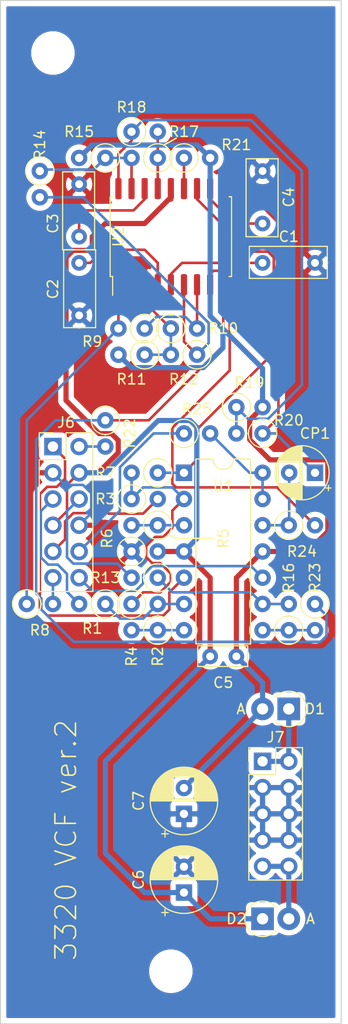
<source format=kicad_pcb>
(kicad_pcb (version 20171130) (host pcbnew "(5.1.8-0-10_14)")
  (layers (0 F.Cu signal) (31 B.Cu signal) (34 B.Paste user) (35 F.Paste user) (36 B.SilkS user) (37 F.SilkS user) (38 B.Mask user) (39 F.Mask user) (44 Edge.Cuts user))
  (net 0 "")
  (net 1 GND)
  (net 2 "Net-(C1-Pad1)")
  (net 3 "Net-(C2-Pad1)")
  (net 4 "Net-(C3-Pad1)")
  (net 5 "Net-(C4-Pad1)")
  (net 6 +12V)
  (net 7 -12V)
  (net 8 "Net-(CP1-Pad1)")
  (net 9 "Net-(CP1-Pad2)")
  (net 10 "Net-(D1-Pad1)")
  (net 11 "Net-(D2-Pad2)")
  (net 12 /Core/freq_cv_c)
  (net 13 /Core/res_knob)
  (net 14 /Core/freq_cv)
  (net 15 /Core/res_cv)
  (net 16 /Core/freq_knob)
  (net 17 /Core/audio_out)
  (net 18 /Core/audio_in)
  (net 19 /Core/res_cv_c)
  (net 20 "Net-(R1-Pad1)")
  (net 21 "Net-(R2-Pad1)")
  (net 22 "Net-(R3-Pad1)")
  (net 23 "Net-(R5-Pad1)")
  (net 24 "Net-(R7-Pad1)")
  (net 25 "Net-(R8-Pad1)")
  (net 26 "Net-(R10-Pad2)")
  (net 27 "Net-(R10-Pad1)")
  (net 28 "Net-(R12-Pad1)")
  (net 29 "Net-(R13-Pad1)")
  (net 30 "Net-(R14-Pad1)")
  (net 31 "Net-(R16-Pad1)")
  (net 32 "Net-(R17-Pad1)")
  (net 33 "Net-(R18-Pad1)")
  (net 34 "Net-(R21-Pad1)")
  (net 35 "Net-(R22-Pad1)")
  (net 36 "Net-(R24-Pad2)")
  (net 37 "Net-(R25-Pad2)")
  (module MountingHole:MountingHole_3.2mm_M3 (layer F.Cu) (at 92.71 144.78)
    (fp_text reference REF** hide)
    (fp_text value MountingHole_3.2mm_M3 hide)
    (pad 1 np_thru_hole circle (at 0 0) (size 3.2 3.2) (drill 3.2) (layers *.Cu *.Mask))
  )
  (module MountingHole:MountingHole_3.2mm_M3 (layer F.Cu) (at 81.28 55.88)
    (fp_text reference REF** hide)
    (fp_text value MountingHole_3.2mm_M3 hide)
    (pad 1 np_thru_hole circle (at 0 0) (size 3.2 3.2) (drill 3.2) (layers *.Cu *.Mask))
  )
  (module Attenuverter:C_Axial_L4.8mm_D3.1mm_P5.08mm_Horizontal (layer F.Cu) (at 101.6 76.2)
    (fp_text reference C1 (at 2.54 -2.54) (layer F.SilkS))
    (fp_text value 300pF)
    (pad 2 thru_hole circle (at 5.08 0) (size 1.524 1.524) (drill 0.762) (layers *.Cu *.Mask) (net 1 GND))
    (pad 1 thru_hole circle (at 0 0) (size 1.524 1.524) (drill 0.762) (layers *.Cu *.Mask) (net 2 "Net-(C1-Pad1)"))
  )
  (module Attenuverter:C_Axial_L4.8mm_D3.1mm_P5.08mm_Horizontal (layer F.Cu) (at 83.82 76.2 270)
    (fp_text reference C2 (at 2.54 2.54 90) (layer F.SilkS))
    (fp_text value 300pF)
    (pad 1 thru_hole circle (at 0 0 270) (size 1.524 1.524) (drill 0.762) (layers *.Cu *.Mask) (net 3 "Net-(C2-Pad1)"))
    (pad 2 thru_hole circle (at 5.08 0 270) (size 1.524 1.524) (drill 0.762) (layers *.Cu *.Mask) (net 1 GND))
  )
  (module Attenuverter:C_Axial_L4.8mm_D3.1mm_P5.08mm_Horizontal (layer F.Cu) (at 83.82 73.66 90)
    (fp_text reference C3 (at 1.27 -2.54 90) (layer F.SilkS))
    (fp_text value 300pF)
    (pad 2 thru_hole circle (at 5.08 0 90) (size 1.524 1.524) (drill 0.762) (layers *.Cu *.Mask) (net 1 GND))
    (pad 1 thru_hole circle (at 0 0 90) (size 1.524 1.524) (drill 0.762) (layers *.Cu *.Mask) (net 4 "Net-(C3-Pad1)"))
  )
  (module Attenuverter:C_Axial_L4.8mm_D3.1mm_P5.08mm_Horizontal (layer F.Cu) (at 101.6 72.39 90)
    (fp_text reference C4 (at 2.54 2.54 90) (layer F.SilkS))
    (fp_text value 300pF)
    (pad 1 thru_hole circle (at 0 0 90) (size 1.524 1.524) (drill 0.762) (layers *.Cu *.Mask) (net 5 "Net-(C4-Pad1)"))
    (pad 2 thru_hole circle (at 5.08 0 90) (size 1.524 1.524) (drill 0.762) (layers *.Cu *.Mask) (net 1 GND))
  )
  (module Attenuverter:C_Axial_L4.8mm_D2.0mm_P2.54mm_Horizontal (layer F.Cu) (at 96.52 114.3)
    (fp_text reference C5 (at 1.27 2.54) (layer F.SilkS))
    (fp_text value 0.1uF)
    (pad 1 thru_hole circle (at 0 0) (size 1.524 1.524) (drill 0.762) (layers *.Cu *.Mask) (net 6 +12V))
    (pad 2 thru_hole circle (at 2.54 0) (size 1.524 1.524) (drill 0.762) (layers *.Cu *.Mask) (net 7 -12V))
  )
  (module Capacitor_THT:CP_Radial_D6.3mm_P2.50mm (layer F.Cu) (at 93.98 137.16 90)
    (fp_text reference C6 (at 1.25 -4.4 90) (layer F.SilkS))
    (fp_text value 100uF)
    (pad 1 thru_hole rect (at 0 0 90) (size 1.6 1.6) (drill 0.8) (layers *.Cu *.Mask) (net 6 +12V))
    (pad 2 thru_hole circle (at 2.5 0 90) (size 1.6 1.6) (drill 0.8) (layers *.Cu *.Mask) (net 1 GND))
  )
  (module Capacitor_THT:CP_Radial_D6.3mm_P2.50mm (layer F.Cu) (at 93.98 129.54 90)
    (fp_text reference C7 (at 1.25 -4.4 90) (layer F.SilkS))
    (fp_text value 100uF)
    (pad 2 thru_hole circle (at 2.5 0 90) (size 1.6 1.6) (drill 0.8) (layers *.Cu *.Mask) (net 7 -12V))
    (pad 1 thru_hole rect (at 0 0 90) (size 1.6 1.6) (drill 0.8) (layers *.Cu *.Mask) (net 1 GND))
  )
  (module Capacitor_THT:CP_Radial_D5.0mm_P2.50mm (layer F.Cu) (at 106.68 96.52 180)
    (fp_text reference CP1 (at 0 3.81) (layer F.SilkS))
    (fp_text value 1uF)
    (pad 1 thru_hole rect (at 0 0 180) (size 1.6 1.6) (drill 0.8) (layers *.Cu *.Mask) (net 8 "Net-(CP1-Pad1)"))
    (pad 2 thru_hole circle (at 2.5 0 180) (size 1.6 1.6) (drill 0.8) (layers *.Cu *.Mask) (net 9 "Net-(CP1-Pad2)"))
  )
  (module Diode_THT:D_DO-41_SOD81_P2.54mm_Vertical_AnodeUp (layer F.Cu) (at 104.14 119.38 180)
    (fp_text reference D1 (at -2.54 0) (layer F.SilkS))
    (fp_text value 1N5819)
    (fp_text user A (at 4.64 0) (layer F.SilkS))
    (pad 1 thru_hole rect (at 0 0 180) (size 2.2 2.2) (drill 1.1) (layers *.Cu *.Mask) (net 10 "Net-(D1-Pad1)"))
    (pad 2 thru_hole oval (at 2.54 0 180) (size 2.2 2.2) (drill 1.1) (layers *.Cu *.Mask) (net 7 -12V))
  )
  (module Diode_THT:D_DO-41_SOD81_P2.54mm_Vertical_AnodeUp (layer F.Cu) (at 101.6 139.7)
    (fp_text reference D2 (at -2.54 0) (layer F.SilkS))
    (fp_text value 1N5819)
    (fp_text user A (at 4.64 0) (layer F.SilkS))
    (pad 2 thru_hole oval (at 2.54 0) (size 2.2 2.2) (drill 1.1) (layers *.Cu *.Mask) (net 11 "Net-(D2-Pad2)"))
    (pad 1 thru_hole rect (at 0 0) (size 2.2 2.2) (drill 1.1) (layers *.Cu *.Mask) (net 6 +12V))
  )
  (module Connector_PinHeader_2.54mm:PinHeader_2x06_P2.54mm_Vertical (layer F.Cu) (at 81.28 93.98)
    (fp_text reference J6 (at 1.27 -2.33) (layer F.SilkS))
    (fp_text value interface_to_core)
    (pad 1 thru_hole rect (at 0 0) (size 1.7 1.7) (drill 1) (layers *.Cu *.Mask) (net 12 /Core/freq_cv_c))
    (pad 2 thru_hole oval (at 2.54 0) (size 1.7 1.7) (drill 1) (layers *.Cu *.Mask) (net 13 /Core/res_knob))
    (pad 3 thru_hole oval (at 0 2.54) (size 1.7 1.7) (drill 1) (layers *.Cu *.Mask) (net 1 GND))
    (pad 4 thru_hole oval (at 2.54 2.54) (size 1.7 1.7) (drill 1) (layers *.Cu *.Mask) (net 6 +12V))
    (pad 5 thru_hole oval (at 0 5.08) (size 1.7 1.7) (drill 1) (layers *.Cu *.Mask) (net 14 /Core/freq_cv))
    (pad 6 thru_hole oval (at 2.54 5.08) (size 1.7 1.7) (drill 1) (layers *.Cu *.Mask) (net 15 /Core/res_cv))
    (pad 7 thru_hole oval (at 0 7.62) (size 1.7 1.7) (drill 1) (layers *.Cu *.Mask) (net 6 +12V))
    (pad 8 thru_hole oval (at 2.54 7.62) (size 1.7 1.7) (drill 1) (layers *.Cu *.Mask) (net 1 GND))
    (pad 9 thru_hole oval (at 0 10.16) (size 1.7 1.7) (drill 1) (layers *.Cu *.Mask) (net 16 /Core/freq_knob))
    (pad 10 thru_hole oval (at 2.54 10.16) (size 1.7 1.7) (drill 1) (layers *.Cu *.Mask) (net 17 /Core/audio_out))
    (pad 11 thru_hole oval (at 0 12.7) (size 1.7 1.7) (drill 1) (layers *.Cu *.Mask) (net 18 /Core/audio_in))
    (pad 12 thru_hole oval (at 2.54 12.7) (size 1.7 1.7) (drill 1) (layers *.Cu *.Mask) (net 19 /Core/res_cv_c))
  )
  (module Connector_PinHeader_2.54mm:PinHeader_2x05_P2.54mm_Vertical (layer F.Cu) (at 101.6 124.46)
    (fp_text reference J7 (at 1.27 -2.33) (layer F.SilkS))
    (fp_text value power_bus)
    (pad 1 thru_hole rect (at 0 0) (size 1.7 1.7) (drill 1) (layers *.Cu *.Mask) (net 10 "Net-(D1-Pad1)"))
    (pad 2 thru_hole oval (at 2.54 0) (size 1.7 1.7) (drill 1) (layers *.Cu *.Mask) (net 10 "Net-(D1-Pad1)"))
    (pad 3 thru_hole oval (at 0 2.54) (size 1.7 1.7) (drill 1) (layers *.Cu *.Mask) (net 1 GND))
    (pad 4 thru_hole oval (at 2.54 2.54) (size 1.7 1.7) (drill 1) (layers *.Cu *.Mask) (net 1 GND))
    (pad 5 thru_hole oval (at 0 5.08) (size 1.7 1.7) (drill 1) (layers *.Cu *.Mask) (net 1 GND))
    (pad 6 thru_hole oval (at 2.54 5.08) (size 1.7 1.7) (drill 1) (layers *.Cu *.Mask) (net 1 GND))
    (pad 7 thru_hole oval (at 0 7.62) (size 1.7 1.7) (drill 1) (layers *.Cu *.Mask) (net 1 GND))
    (pad 8 thru_hole oval (at 2.54 7.62) (size 1.7 1.7) (drill 1) (layers *.Cu *.Mask) (net 1 GND))
    (pad 9 thru_hole oval (at 0 10.16) (size 1.7 1.7) (drill 1) (layers *.Cu *.Mask) (net 11 "Net-(D2-Pad2)"))
    (pad 10 thru_hole oval (at 2.54 10.16) (size 1.7 1.7) (drill 1) (layers *.Cu *.Mask) (net 11 "Net-(D2-Pad2)"))
  )
  (module Resistor_THT:R_Axial_DIN0207_L6.3mm_D2.5mm_P2.54mm_Vertical (layer F.Cu) (at 86.36 109.22 180)
    (fp_text reference R1 (at 1.27 -2.37) (layer F.SilkS))
    (fp_text value 100k)
    (pad 2 thru_hole oval (at 2.54 0 180) (size 1.6 1.6) (drill 0.8) (layers *.Cu *.Mask) (net 14 /Core/freq_cv))
    (pad 1 thru_hole circle (at 0 0 180) (size 1.6 1.6) (drill 0.8) (layers *.Cu *.Mask) (net 20 "Net-(R1-Pad1)"))
  )
  (module Resistor_THT:R_Axial_DIN0207_L6.3mm_D2.5mm_P2.54mm_Vertical (layer F.Cu) (at 91.44 111.76 90)
    (fp_text reference R2 (at -2.54 0 90) (layer F.SilkS))
    (fp_text value 100k)
    (pad 1 thru_hole circle (at 0 0 90) (size 1.6 1.6) (drill 0.8) (layers *.Cu *.Mask) (net 21 "Net-(R2-Pad1)"))
    (pad 2 thru_hole oval (at 2.54 0 90) (size 1.6 1.6) (drill 0.8) (layers *.Cu *.Mask) (net 20 "Net-(R1-Pad1)"))
  )
  (module Resistor_THT:R_Axial_DIN0207_L6.3mm_D2.5mm_P2.54mm_Vertical (layer F.Cu) (at 88.9 99.06)
    (fp_text reference R3 (at -2.54 0) (layer F.SilkS))
    (fp_text value " 100k")
    (pad 2 thru_hole oval (at 2.54 0) (size 1.6 1.6) (drill 0.8) (layers *.Cu *.Mask) (net 16 /Core/freq_knob))
    (pad 1 thru_hole circle (at 0 0) (size 1.6 1.6) (drill 0.8) (layers *.Cu *.Mask) (net 22 "Net-(R3-Pad1)"))
  )
  (module Resistor_THT:R_Axial_DIN0207_L6.3mm_D2.5mm_P2.54mm_Vertical (layer F.Cu) (at 88.9 109.22 270)
    (fp_text reference R4 (at 5.08 0 90) (layer F.SilkS))
    (fp_text value 100k)
    (pad 2 thru_hole oval (at 2.54 0 270) (size 1.6 1.6) (drill 0.8) (layers *.Cu *.Mask) (net 21 "Net-(R2-Pad1)"))
    (pad 1 thru_hole circle (at 0 0 270) (size 1.6 1.6) (drill 0.8) (layers *.Cu *.Mask) (net 22 "Net-(R3-Pad1)"))
  )
  (module Resistor_THT:R_Axial_DIN0207_L6.3mm_D2.5mm_P2.54mm_Vertical (layer F.Cu) (at 91.44 101.6 270)
    (fp_text reference R5 (at 1.27 -6.35 90) (layer F.SilkS))
    (fp_text value 100k)
    (pad 1 thru_hole circle (at 0 0 270) (size 1.6 1.6) (drill 0.8) (layers *.Cu *.Mask) (net 23 "Net-(R5-Pad1)"))
    (pad 2 thru_hole oval (at 2.54 0 270) (size 1.6 1.6) (drill 0.8) (layers *.Cu *.Mask) (net 6 +12V))
  )
  (module Resistor_THT:R_Axial_DIN0207_L6.3mm_D2.5mm_P2.54mm_Vertical (layer F.Cu) (at 88.9 104.14 90)
    (fp_text reference R6 (at 1.27 -2.37 90) (layer F.SilkS))
    (fp_text value 1k)
    (pad 2 thru_hole oval (at 2.54 0 90) (size 1.6 1.6) (drill 0.8) (layers *.Cu *.Mask) (net 23 "Net-(R5-Pad1)"))
    (pad 1 thru_hole circle (at 0 0 90) (size 1.6 1.6) (drill 0.8) (layers *.Cu *.Mask) (net 1 GND))
  )
  (module Resistor_THT:R_Axial_DIN0207_L6.3mm_D2.5mm_P2.54mm_Vertical (layer F.Cu) (at 91.44 96.52 180)
    (fp_text reference R7 (at 5.08 0) (layer F.SilkS))
    (fp_text value 1.5k)
    (pad 1 thru_hole circle (at 0 0 180) (size 1.6 1.6) (drill 0.8) (layers *.Cu *.Mask) (net 24 "Net-(R7-Pad1)"))
    (pad 2 thru_hole oval (at 2.54 0 180) (size 1.6 1.6) (drill 0.8) (layers *.Cu *.Mask) (net 22 "Net-(R3-Pad1)"))
  )
  (module Resistor_THT:R_Axial_DIN0207_L6.3mm_D2.5mm_P2.54mm_Vertical (layer F.Cu) (at 78.74 109.22)
    (fp_text reference R8 (at 1.27 2.54) (layer F.SilkS))
    (fp_text value 91k)
    (pad 1 thru_hole circle (at 0 0) (size 1.6 1.6) (drill 0.8) (layers *.Cu *.Mask) (net 25 "Net-(R8-Pad1)"))
    (pad 2 thru_hole oval (at 2.54 0) (size 1.6 1.6) (drill 0.8) (layers *.Cu *.Mask) (net 18 /Core/audio_in))
  )
  (module Resistor_THT:R_Axial_DIN0207_L6.3mm_D2.5mm_P2.54mm_Vertical (layer F.Cu) (at 90.17 82.55 180)
    (fp_text reference R9 (at 5.08 -1.27) (layer F.SilkS))
    (fp_text value 100k)
    (pad 2 thru_hole oval (at 2.54 0 180) (size 1.6 1.6) (drill 0.8) (layers *.Cu *.Mask) (net 25 "Net-(R8-Pad1)"))
    (pad 1 thru_hole circle (at 0 0 180) (size 1.6 1.6) (drill 0.8) (layers *.Cu *.Mask) (net 26 "Net-(R10-Pad2)"))
  )
  (module Resistor_THT:R_Axial_DIN0207_L6.3mm_D2.5mm_P2.54mm_Vertical (layer F.Cu) (at 92.71 82.55)
    (fp_text reference R10 (at 5.08 0) (layer F.SilkS))
    (fp_text value 91k)
    (pad 2 thru_hole oval (at 2.54 0) (size 1.6 1.6) (drill 0.8) (layers *.Cu *.Mask) (net 26 "Net-(R10-Pad2)"))
    (pad 1 thru_hole circle (at 0 0) (size 1.6 1.6) (drill 0.8) (layers *.Cu *.Mask) (net 27 "Net-(R10-Pad1)"))
  )
  (module Resistor_THT:R_Axial_DIN0207_L6.3mm_D2.5mm_P2.54mm_Vertical (layer F.Cu) (at 90.17 85.09 180)
    (fp_text reference R11 (at 1.27 -2.37) (layer F.SilkS))
    (fp_text value 220k)
    (pad 1 thru_hole circle (at 0 0 180) (size 1.6 1.6) (drill 0.8) (layers *.Cu *.Mask) (net 27 "Net-(R10-Pad1)"))
    (pad 2 thru_hole oval (at 2.54 0 180) (size 1.6 1.6) (drill 0.8) (layers *.Cu *.Mask) (net 7 -12V))
  )
  (module Resistor_THT:R_Axial_DIN0207_L6.3mm_D2.5mm_P2.54mm_Vertical (layer F.Cu) (at 95.25 85.09 180)
    (fp_text reference R12 (at 1.27 -2.37) (layer F.SilkS))
    (fp_text value 100k)
    (pad 1 thru_hole circle (at 0 0 180) (size 1.6 1.6) (drill 0.8) (layers *.Cu *.Mask) (net 28 "Net-(R12-Pad1)"))
    (pad 2 thru_hole oval (at 2.54 0 180) (size 1.6 1.6) (drill 0.8) (layers *.Cu *.Mask) (net 27 "Net-(R10-Pad1)"))
  )
  (module Resistor_THT:R_Axial_DIN0207_L6.3mm_D2.5mm_P2.54mm_Vertical (layer F.Cu) (at 91.44 106.68 180)
    (fp_text reference R13 (at 5.08 0) (layer F.SilkS))
    (fp_text value 100k)
    (pad 1 thru_hole circle (at 0 0 180) (size 1.6 1.6) (drill 0.8) (layers *.Cu *.Mask) (net 29 "Net-(R13-Pad1)"))
    (pad 2 thru_hole oval (at 2.54 0 180) (size 1.6 1.6) (drill 0.8) (layers *.Cu *.Mask) (net 15 /Core/res_cv))
  )
  (module Resistor_THT:R_Axial_DIN0207_L6.3mm_D2.5mm_P2.54mm_Vertical (layer F.Cu) (at 80.01 67.31 270)
    (fp_text reference R14 (at -2.54 0 90) (layer F.SilkS))
    (fp_text value 91k)
    (pad 1 thru_hole circle (at 0 0 270) (size 1.6 1.6) (drill 0.8) (layers *.Cu *.Mask) (net 30 "Net-(R14-Pad1)"))
    (pad 2 thru_hole oval (at 2.54 0 270) (size 1.6 1.6) (drill 0.8) (layers *.Cu *.Mask) (net 28 "Net-(R12-Pad1)"))
  )
  (module Resistor_THT:R_Axial_DIN0207_L6.3mm_D2.5mm_P2.54mm_Vertical (layer F.Cu) (at 86.36 66.04 180)
    (fp_text reference R15 (at 2.54 2.54) (layer F.SilkS))
    (fp_text value 220k)
    (pad 2 thru_hole oval (at 2.54 0 180) (size 1.6 1.6) (drill 0.8) (layers *.Cu *.Mask) (net 7 -12V))
    (pad 1 thru_hole circle (at 0 0 180) (size 1.6 1.6) (drill 0.8) (layers *.Cu *.Mask) (net 30 "Net-(R14-Pad1)"))
  )
  (module Resistor_THT:R_Axial_DIN0207_L6.3mm_D2.5mm_P2.54mm_Vertical (layer F.Cu) (at 104.14 111.76 90)
    (fp_text reference R16 (at 5.08 0 90) (layer F.SilkS))
    (fp_text value 100k)
    (pad 1 thru_hole circle (at 0 0 90) (size 1.6 1.6) (drill 0.8) (layers *.Cu *.Mask) (net 31 "Net-(R16-Pad1)"))
    (pad 2 thru_hole oval (at 2.54 0 90) (size 1.6 1.6) (drill 0.8) (layers *.Cu *.Mask) (net 29 "Net-(R13-Pad1)"))
  )
  (module Resistor_THT:R_Axial_DIN0207_L6.3mm_D2.5mm_P2.54mm_Vertical (layer F.Cu) (at 91.44 66.04 180)
    (fp_text reference R17 (at -2.54 2.54) (layer F.SilkS))
    (fp_text value 100k)
    (pad 2 thru_hole oval (at 2.54 0 180) (size 1.6 1.6) (drill 0.8) (layers *.Cu *.Mask) (net 30 "Net-(R14-Pad1)"))
    (pad 1 thru_hole circle (at 0 0 180) (size 1.6 1.6) (drill 0.8) (layers *.Cu *.Mask) (net 32 "Net-(R17-Pad1)"))
  )
  (module Resistor_THT:R_Axial_DIN0207_L6.3mm_D2.5mm_P2.54mm_Vertical (layer F.Cu) (at 88.9 63.5)
    (fp_text reference R18 (at 0 -2.37) (layer F.SilkS))
    (fp_text value 91k)
    (pad 1 thru_hole circle (at 0 0) (size 1.6 1.6) (drill 0.8) (layers *.Cu *.Mask) (net 33 "Net-(R18-Pad1)"))
    (pad 2 thru_hole oval (at 2.54 0) (size 1.6 1.6) (drill 0.8) (layers *.Cu *.Mask) (net 32 "Net-(R17-Pad1)"))
  )
  (module Resistor_THT:R_Axial_DIN0207_L6.3mm_D2.5mm_P2.54mm_Vertical (layer F.Cu) (at 99.06 90.17)
    (fp_text reference R19 (at 1.27 -2.37) (layer F.SilkS))
    (fp_text value 220k)
    (pad 1 thru_hole circle (at 0 0) (size 1.6 1.6) (drill 0.8) (layers *.Cu *.Mask) (net 33 "Net-(R18-Pad1)"))
    (pad 2 thru_hole oval (at 2.54 0) (size 1.6 1.6) (drill 0.8) (layers *.Cu *.Mask) (net 7 -12V))
  )
  (module Resistor_THT:R_Axial_DIN0207_L6.3mm_D2.5mm_P2.54mm_Vertical (layer F.Cu) (at 101.6 92.71 180)
    (fp_text reference R20 (at -2.54 1.27) (layer F.SilkS))
    (fp_text value 100k)
    (pad 2 thru_hole oval (at 2.54 0 180) (size 1.6 1.6) (drill 0.8) (layers *.Cu *.Mask) (net 33 "Net-(R18-Pad1)"))
    (pad 1 thru_hole circle (at 0 0 180) (size 1.6 1.6) (drill 0.8) (layers *.Cu *.Mask) (net 8 "Net-(CP1-Pad1)"))
  )
  (module Resistor_THT:R_Axial_DIN0207_L6.3mm_D2.5mm_P2.54mm_Vertical (layer F.Cu) (at 93.98 66.04)
    (fp_text reference R21 (at 5.08 -1.27) (layer F.SilkS))
    (fp_text value 1.5k)
    (pad 2 thru_hole oval (at 2.54 0) (size 1.6 1.6) (drill 0.8) (layers *.Cu *.Mask) (net 7 -12V))
    (pad 1 thru_hole circle (at 0 0) (size 1.6 1.6) (drill 0.8) (layers *.Cu *.Mask) (net 34 "Net-(R21-Pad1)"))
  )
  (module Resistor_THT:R_Axial_DIN0207_L6.3mm_D2.5mm_P2.54mm_Vertical (layer F.Cu) (at 86.36 91.44 270)
    (fp_text reference R22 (at 1.27 -2.37 90) (layer F.SilkS))
    (fp_text value 100k)
    (pad 2 thru_hole oval (at 2.54 0 270) (size 1.6 1.6) (drill 0.8) (layers *.Cu *.Mask) (net 13 /Core/res_knob))
    (pad 1 thru_hole circle (at 0 0 270) (size 1.6 1.6) (drill 0.8) (layers *.Cu *.Mask) (net 35 "Net-(R22-Pad1)"))
  )
  (module Resistor_THT:R_Axial_DIN0207_L6.3mm_D2.5mm_P2.54mm_Vertical (layer F.Cu) (at 106.68 109.22 270)
    (fp_text reference R23 (at -2.54 0 90) (layer F.SilkS))
    (fp_text value 100k)
    (pad 2 thru_hole oval (at 2.54 0 270) (size 1.6 1.6) (drill 0.8) (layers *.Cu *.Mask) (net 31 "Net-(R16-Pad1)"))
    (pad 1 thru_hole circle (at 0 0 270) (size 1.6 1.6) (drill 0.8) (layers *.Cu *.Mask) (net 35 "Net-(R22-Pad1)"))
  )
  (module Resistor_THT:R_Axial_DIN0207_L6.3mm_D2.5mm_P2.54mm_Vertical (layer F.Cu) (at 104.14 101.6)
    (fp_text reference R24 (at 1.27 2.54) (layer F.SilkS))
    (fp_text value 51k)
    (pad 1 thru_hole circle (at 0 0) (size 1.6 1.6) (drill 0.8) (layers *.Cu *.Mask) (net 9 "Net-(CP1-Pad2)"))
    (pad 2 thru_hole oval (at 2.54 0) (size 1.6 1.6) (drill 0.8) (layers *.Cu *.Mask) (net 36 "Net-(R24-Pad2)"))
  )
  (module Resistor_THT:R_Axial_DIN0207_L6.3mm_D2.5mm_P2.54mm_Vertical (layer F.Cu) (at 93.98 92.71)
    (fp_text reference R25 (at 1.27 -2.37) (layer F.SilkS))
    (fp_text value 1k)
    (pad 1 thru_hole circle (at 0 0) (size 1.6 1.6) (drill 0.8) (layers *.Cu *.Mask) (net 17 /Core/audio_out))
    (pad 2 thru_hole oval (at 2.54 0) (size 1.6 1.6) (drill 0.8) (layers *.Cu *.Mask) (net 37 "Net-(R25-Pad2)"))
  )
  (module Package_DIP:DIP-14_W7.62mm (layer F.Cu) (at 93.98 96.52)
    (fp_text reference U1 (at 3.81 1.27) (layer F.SilkS))
    (fp_text value TL074)
    (pad 1 thru_hole rect (at 0 0) (size 1.6 1.6) (drill 0.8) (layers *.Cu *.Mask) (net 24 "Net-(R7-Pad1)"))
    (pad 8 thru_hole oval (at 7.62 15.24) (size 1.6 1.6) (drill 0.8) (layers *.Cu *.Mask) (net 31 "Net-(R16-Pad1)"))
    (pad 2 thru_hole oval (at 0 2.54) (size 1.6 1.6) (drill 0.8) (layers *.Cu *.Mask) (net 22 "Net-(R3-Pad1)"))
    (pad 9 thru_hole oval (at 7.62 12.7) (size 1.6 1.6) (drill 0.8) (layers *.Cu *.Mask) (net 29 "Net-(R13-Pad1)"))
    (pad 3 thru_hole oval (at 0 5.08) (size 1.6 1.6) (drill 0.8) (layers *.Cu *.Mask) (net 23 "Net-(R5-Pad1)"))
    (pad 10 thru_hole oval (at 7.62 10.16) (size 1.6 1.6) (drill 0.8) (layers *.Cu *.Mask) (net 19 /Core/res_cv_c))
    (pad 4 thru_hole oval (at 0 7.62) (size 1.6 1.6) (drill 0.8) (layers *.Cu *.Mask) (net 6 +12V))
    (pad 11 thru_hole oval (at 7.62 7.62) (size 1.6 1.6) (drill 0.8) (layers *.Cu *.Mask) (net 7 -12V))
    (pad 5 thru_hole oval (at 0 10.16) (size 1.6 1.6) (drill 0.8) (layers *.Cu *.Mask) (net 12 /Core/freq_cv_c))
    (pad 12 thru_hole oval (at 7.62 5.08) (size 1.6 1.6) (drill 0.8) (layers *.Cu *.Mask) (net 9 "Net-(CP1-Pad2)"))
    (pad 6 thru_hole oval (at 0 12.7) (size 1.6 1.6) (drill 0.8) (layers *.Cu *.Mask) (net 20 "Net-(R1-Pad1)"))
    (pad 13 thru_hole oval (at 7.62 2.54) (size 1.6 1.6) (drill 0.8) (layers *.Cu *.Mask) (net 37 "Net-(R25-Pad2)"))
    (pad 7 thru_hole oval (at 0 15.24) (size 1.6 1.6) (drill 0.8) (layers *.Cu *.Mask) (net 21 "Net-(R2-Pad1)"))
    (pad 14 thru_hole oval (at 7.62 0) (size 1.6 1.6) (drill 0.8) (layers *.Cu *.Mask) (net 37 "Net-(R25-Pad2)"))
  )
  (module Package_SO:SOIC-18W_7.5x11.6mm_P1.27mm (layer F.Cu) (at 92.71 73.66 90)
    (fp_text reference U2 (at 0 -5.08 90) (layer F.SilkS))
    (fp_text value v3320)
    (pad 1 smd roundrect (at -4.65 -5.08 90) (size 2.05 0.6) (layers F.Cu F.Paste F.Mask) (net 25 "Net-(R8-Pad1)"))
    (pad 2 smd roundrect (at -4.65 -3.81 90) (size 2.05 0.6) (layers F.Cu F.Paste F.Mask) (net 27 "Net-(R10-Pad1)"))
    (pad 3 smd roundrect (at -4.65 -2.54 90) (size 2.05 0.6) (layers F.Cu F.Paste F.Mask) (net 1 GND))
    (pad 4 smd roundrect (at -4.65 -1.27 90) (size 2.05 0.6) (layers F.Cu F.Paste F.Mask) (net 3 "Net-(C2-Pad1)"))
    (pad 5 smd roundrect (at -4.65 0 90) (size 2.05 0.6) (layers F.Cu F.Paste F.Mask) (net 2 "Net-(C1-Pad1)"))
    (pad 6 smd roundrect (at -4.65 1.27 90) (size 2.05 0.6) (layers F.Cu F.Paste F.Mask) (net 28 "Net-(R12-Pad1)"))
    (pad 7 smd roundrect (at -4.65 2.54 90) (size 2.05 0.6) (layers F.Cu F.Paste F.Mask) (net 26 "Net-(R10-Pad2)"))
    (pad 8 smd roundrect (at -4.65 3.81 90) (size 2.05 0.6) (layers F.Cu F.Paste F.Mask) (net 36 "Net-(R24-Pad2)"))
    (pad 9 smd roundrect (at -4.65 5.08 90) (size 2.05 0.6) (layers F.Cu F.Paste F.Mask) (net 35 "Net-(R22-Pad1)"))
    (pad 10 smd roundrect (at 4.65 5.08 90) (size 2.05 0.6) (layers F.Cu F.Paste F.Mask) (net 8 "Net-(CP1-Pad1)"))
    (pad 11 smd roundrect (at 4.65 3.81 90) (size 2.05 0.6) (layers F.Cu F.Paste F.Mask) (net 5 "Net-(C4-Pad1)"))
    (pad 12 smd roundrect (at 4.65 2.54 90) (size 2.05 0.6) (layers F.Cu F.Paste F.Mask) (net 24 "Net-(R7-Pad1)"))
    (pad 13 smd roundrect (at 4.65 1.27 90) (size 2.05 0.6) (layers F.Cu F.Paste F.Mask) (net 34 "Net-(R21-Pad1)"))
    (pad 14 smd roundrect (at 4.65 0 90) (size 2.05 0.6) (layers F.Cu F.Paste F.Mask) (net 6 +12V))
    (pad 15 smd roundrect (at 4.65 -1.27 90) (size 2.05 0.6) (layers F.Cu F.Paste F.Mask) (net 32 "Net-(R17-Pad1)"))
    (pad 16 smd roundrect (at 4.65 -2.54 90) (size 2.05 0.6) (layers F.Cu F.Paste F.Mask) (net 4 "Net-(C3-Pad1)"))
    (pad 17 smd roundrect (at 4.65 -3.81 90) (size 2.05 0.6) (layers F.Cu F.Paste F.Mask) (net 30 "Net-(R14-Pad1)"))
    (pad 18 smd roundrect (at 4.65 -5.08 90) (size 2.05 0.6) (layers F.Cu F.Paste F.Mask) (net 33 "Net-(R18-Pad1)"))
  )
  (gr_text "3320 VCF ver.2" (at 82.55 132.08 90) (layer F.SilkS) (effects (font (size 2 2))))
  (gr_line (start 92.075 64.77) (end 93.218 64.135) (layer F.SilkS) (width 0.15))
  (gr_line (start 93.218 102.87) (end 96.901 102.87) (layer F.SilkS) (width 0.15))
  (gr_line (start 92.456 102.489) (end 93.218 102.87) (layer F.SilkS) (width 0.15))
  (gr_line (start 109.22 50.8) (end 76.2 50.8) (layer Edge.Cuts) (width 0.1))
  (gr_line (start 109.22 149.86) (end 109.22 50.8) (layer Edge.Cuts) (width 0.1))
  (gr_line (start 76.2 149.86) (end 109.22 149.86) (layer Edge.Cuts) (width 0.1))
  (gr_line (start 76.2 50.8) (end 76.2 149.86) (layer Edge.Cuts) (width 0.1))
  (segment (start 84.995001 100.424999) (end 83.82 101.6) (width 0.25) (layer B.Cu) (net 1))
  (segment (start 84.995001 98.495999) (end 84.995001 100.424999) (width 0.25) (layer B.Cu) (net 1))
  (segment (start 82.455001 97.695001) (end 84.194003 97.695001) (width 0.25) (layer B.Cu) (net 1))
  (segment (start 84.194003 97.695001) (end 84.995001 98.495999) (width 0.25) (layer B.Cu) (net 1))
  (segment (start 81.28 96.52) (end 82.455001 97.695001) (width 0.25) (layer B.Cu) (net 1))
  (segment (start 93.795 76.2) (end 101.6 76.2) (width 0.25) (layer F.Cu) (net 2))
  (segment (start 92.71 77.285) (end 93.795 76.2) (width 0.25) (layer F.Cu) (net 2))
  (segment (start 92.71 78.31) (end 92.71 77.285) (width 0.25) (layer F.Cu) (net 2))
  (segment (start 91.44 77.285) (end 91.44 78.31) (width 0.25) (layer F.Cu) (net 3))
  (segment (start 84.89763 76.2) (end 86.16763 74.93) (width 0.25) (layer F.Cu) (net 3))
  (segment (start 86.16763 74.93) (end 86.36 74.93) (width 0.25) (layer F.Cu) (net 3))
  (segment (start 83.82 76.2) (end 84.89763 76.2) (width 0.25) (layer F.Cu) (net 3))
  (segment (start 86.36 74.93) (end 90.17 74.93) (width 0.25) (layer F.Cu) (net 3))
  (segment (start 90.17 74.93) (end 91.44 76.2) (width 0.25) (layer F.Cu) (net 3))
  (segment (start 91.44 76.2) (end 91.44 77.47) (width 0.25) (layer F.Cu) (net 3))
  (segment (start 90.17 70.035) (end 90.17 69.01) (width 0.25) (layer F.Cu) (net 4))
  (segment (start 89.085 71.12) (end 90.17 70.035) (width 0.25) (layer F.Cu) (net 4))
  (segment (start 83.82 71.12) (end 89.085 71.12) (width 0.25) (layer F.Cu) (net 4))
  (segment (start 83.82 73.66) (end 83.82 71.12) (width 0.25) (layer F.Cu) (net 4))
  (segment (start 98.875 72.39) (end 101.6 72.39) (width 0.25) (layer F.Cu) (net 5))
  (segment (start 96.52 70.035) (end 98.875 72.39) (width 0.25) (layer F.Cu) (net 5))
  (segment (start 96.52 69.01) (end 96.52 70.035) (width 0.25) (layer F.Cu) (net 5))
  (segment (start 91.44 104.14) (end 93.98 104.14) (width 0.5) (layer F.Cu) (net 6))
  (segment (start 96.52 106.68) (end 96.52 114.3) (width 0.5) (layer F.Cu) (net 6))
  (segment (start 93.98 104.14) (end 96.52 106.68) (width 0.5) (layer F.Cu) (net 6))
  (segment (start 85.670002 96.52) (end 83.82 96.52) (width 0.5) (layer F.Cu) (net 6))
  (segment (start 86.960001 92.729999) (end 87.610001 93.379999) (width 0.5) (layer F.Cu) (net 6))
  (segment (start 82.55 89.52) (end 85.759999 92.729999) (width 0.5) (layer F.Cu) (net 6))
  (segment (start 87.610001 94.580001) (end 85.670002 96.52) (width 0.5) (layer F.Cu) (net 6))
  (segment (start 87.610001 93.379999) (end 87.610001 94.580001) (width 0.5) (layer F.Cu) (net 6))
  (segment (start 82.55 75.676238) (end 82.55 89.52) (width 0.5) (layer F.Cu) (net 6))
  (segment (start 85.759999 92.729999) (end 86.960001 92.729999) (width 0.5) (layer F.Cu) (net 6))
  (segment (start 83.238239 74.987999) (end 82.55 75.676238) (width 0.5) (layer F.Cu) (net 6))
  (segment (start 92.71 69.01) (end 92.71 70.035) (width 0.5) (layer F.Cu) (net 6))
  (segment (start 95.230001 102.889999) (end 93.98 104.14) (width 0.5) (layer B.Cu) (net 6))
  (segment (start 95.230001 92.109999) (end 95.230001 102.889999) (width 0.5) (layer B.Cu) (net 6))
  (segment (start 94.580001 91.459999) (end 95.230001 92.109999) (width 0.5) (layer B.Cu) (net 6))
  (segment (start 86.421812 96.52) (end 91.481813 91.459999) (width 0.5) (layer B.Cu) (net 6))
  (segment (start 91.481813 91.459999) (end 94.580001 91.459999) (width 0.5) (layer B.Cu) (net 6))
  (segment (start 83.82 96.52) (end 86.421812 96.52) (width 0.5) (layer B.Cu) (net 6))
  (segment (start 96.52 139.7) (end 93.98 137.16) (width 0.5) (layer B.Cu) (net 6))
  (segment (start 101.6 139.7) (end 96.52 139.7) (width 0.5) (layer B.Cu) (net 6))
  (segment (start 90.17 137.16) (end 93.98 137.16) (width 0.5) (layer B.Cu) (net 6))
  (segment (start 86.36 133.35) (end 90.17 137.16) (width 0.5) (layer B.Cu) (net 6))
  (segment (start 86.36 124.46) (end 86.36 133.35) (width 0.5) (layer B.Cu) (net 6))
  (segment (start 96.52 114.3) (end 86.36 124.46) (width 0.5) (layer B.Cu) (net 6))
  (segment (start 83.238239 74.987999) (end 85.032001 74.987999) (width 0.5) (layer F.Cu) (net 6))
  (segment (start 85.032001 74.987999) (end 85.09 74.93) (width 0.5) (layer F.Cu) (net 6))
  (segment (start 85.09 74.93) (end 85.09 73.66) (width 0.5) (layer F.Cu) (net 6))
  (segment (start 85.09 73.66) (end 86.36 72.39) (width 0.5) (layer F.Cu) (net 6))
  (segment (start 86.36 72.39) (end 90.17 72.39) (width 0.5) (layer F.Cu) (net 6))
  (segment (start 92.71 69.85) (end 92.71 69.01) (width 0.5) (layer F.Cu) (net 6))
  (segment (start 90.17 72.39) (end 92.71 69.85) (width 0.5) (layer F.Cu) (net 6))
  (segment (start 82.644999 97.695001) (end 83.82 96.52) (width 0.25) (layer F.Cu) (net 6))
  (segment (start 82.644999 100.235001) (end 82.644999 97.695001) (width 0.25) (layer F.Cu) (net 6))
  (segment (start 81.28 101.6) (end 82.644999 100.235001) (width 0.25) (layer F.Cu) (net 6))
  (segment (start 99.06 106.68) (end 99.06 114.3) (width 0.5) (layer F.Cu) (net 7))
  (segment (start 101.6 104.14) (end 99.06 106.68) (width 0.5) (layer F.Cu) (net 7))
  (segment (start 107.840001 95.269999) (end 107.930001 95.359999) (width 0.5) (layer F.Cu) (net 7))
  (segment (start 105.990002 104.14) (end 101.6 104.14) (width 0.5) (layer F.Cu) (net 7))
  (segment (start 102.309997 95.269999) (end 107.840001 95.269999) (width 0.5) (layer F.Cu) (net 7))
  (segment (start 100.349999 91.420001) (end 100.349999 93.310001) (width 0.5) (layer F.Cu) (net 7))
  (segment (start 107.930001 102.200001) (end 105.990002 104.14) (width 0.5) (layer F.Cu) (net 7))
  (segment (start 107.930001 95.359999) (end 107.930001 102.200001) (width 0.5) (layer F.Cu) (net 7))
  (segment (start 100.349999 93.310001) (end 102.309997 95.269999) (width 0.5) (layer F.Cu) (net 7))
  (segment (start 101.6 90.17) (end 100.349999 91.420001) (width 0.5) (layer F.Cu) (net 7))
  (segment (start 95.269999 64.789999) (end 96.52 66.04) (width 0.5) (layer B.Cu) (net 7))
  (segment (start 85.070001 64.789999) (end 95.269999 64.789999) (width 0.5) (layer B.Cu) (net 7))
  (segment (start 83.82 66.04) (end 85.070001 64.789999) (width 0.5) (layer B.Cu) (net 7))
  (segment (start 101.6 86.421812) (end 101.6 90.17) (width 0.5) (layer B.Cu) (net 7))
  (segment (start 96.52 66.04) (end 96.52 81.341812) (width 0.5) (layer B.Cu) (net 7))
  (segment (start 95.850001 86.340001) (end 97.759094 84.430908) (width 0.5) (layer B.Cu) (net 7))
  (segment (start 97.759094 84.430908) (end 97.759094 82.580906) (width 0.5) (layer B.Cu) (net 7))
  (segment (start 88.880001 86.340001) (end 95.850001 86.340001) (width 0.5) (layer B.Cu) (net 7))
  (segment (start 87.63 85.09) (end 88.880001 86.340001) (width 0.5) (layer B.Cu) (net 7))
  (segment (start 96.52 81.341812) (end 97.759094 82.580906) (width 0.5) (layer B.Cu) (net 7))
  (segment (start 97.759094 82.580906) (end 101.6 86.421812) (width 0.5) (layer B.Cu) (net 7))
  (segment (start 101.6 116.84) (end 99.06 114.3) (width 0.5) (layer B.Cu) (net 7))
  (segment (start 101.6 119.38) (end 101.6 116.84) (width 0.5) (layer B.Cu) (net 7))
  (segment (start 93.98 127) (end 93.98 127.04) (width 0.5) (layer B.Cu) (net 7))
  (segment (start 101.6 119.38) (end 93.98 127) (width 0.5) (layer B.Cu) (net 7))
  (segment (start 102.725001 91.584999) (end 101.6 92.71) (width 0.25) (layer F.Cu) (net 8))
  (segment (start 103.13701 72.318248) (end 103.13701 91.17299) (width 0.25) (layer F.Cu) (net 8))
  (segment (start 99.828762 69.01) (end 103.13701 72.318248) (width 0.25) (layer F.Cu) (net 8))
  (segment (start 103.13701 91.17299) (end 102.725001 91.584999) (width 0.25) (layer F.Cu) (net 8))
  (segment (start 97.79 69.01) (end 99.828762 69.01) (width 0.25) (layer F.Cu) (net 8))
  (segment (start 102.87 92.71) (end 106.68 96.52) (width 0.25) (layer B.Cu) (net 8))
  (segment (start 101.6 92.71) (end 102.87 92.71) (width 0.25) (layer B.Cu) (net 8))
  (segment (start 104.18 101.56) (end 104.14 101.6) (width 0.25) (layer B.Cu) (net 9))
  (segment (start 104.18 96.52) (end 104.18 101.56) (width 0.25) (layer B.Cu) (net 9))
  (segment (start 104.14 101.6) (end 101.6 101.6) (width 0.25) (layer B.Cu) (net 9))
  (segment (start 101.6 124.46) (end 104.14 124.46) (width 0.5) (layer B.Cu) (net 10))
  (segment (start 104.14 124.46) (end 104.14 119.38) (width 0.5) (layer B.Cu) (net 10))
  (segment (start 101.6 134.62) (end 102.87 134.62) (width 0.5) (layer B.Cu) (net 11))
  (segment (start 102.87 134.62) (end 104.14 134.62) (width 0.5) (layer B.Cu) (net 11))
  (segment (start 104.14 134.62) (end 104.14 139.7) (width 0.5) (layer B.Cu) (net 11))
  (segment (start 80.739999 110.345001) (end 91.980001 110.345001) (width 0.25) (layer F.Cu) (net 12))
  (segment (start 80.01 109.615002) (end 80.739999 110.345001) (width 0.25) (layer F.Cu) (net 12))
  (segment (start 92.565001 109.760001) (end 92.565001 108.094999) (width 0.25) (layer F.Cu) (net 12))
  (segment (start 80.01 98.590998) (end 80.01 109.615002) (width 0.25) (layer F.Cu) (net 12))
  (segment (start 80.715999 97.884999) (end 80.01 98.590998) (width 0.25) (layer F.Cu) (net 12))
  (segment (start 82.455001 97.084001) (end 81.654003 97.884999) (width 0.25) (layer F.Cu) (net 12))
  (segment (start 81.654003 97.884999) (end 80.715999 97.884999) (width 0.25) (layer F.Cu) (net 12))
  (segment (start 92.565001 108.094999) (end 93.98 106.68) (width 0.25) (layer F.Cu) (net 12))
  (segment (start 91.980001 110.345001) (end 92.565001 109.760001) (width 0.25) (layer F.Cu) (net 12))
  (segment (start 82.455001 95.155001) (end 82.455001 97.084001) (width 0.25) (layer F.Cu) (net 12))
  (segment (start 81.28 93.98) (end 82.455001 95.155001) (width 0.25) (layer F.Cu) (net 12))
  (segment (start 83.82 93.98) (end 86.36 93.98) (width 0.25) (layer B.Cu) (net 13))
  (segment (start 82.644999 108.044999) (end 83.82 109.22) (width 0.25) (layer B.Cu) (net 14))
  (segment (start 82.644999 106.305997) (end 82.644999 108.044999) (width 0.25) (layer B.Cu) (net 14))
  (segment (start 81.749002 105.41) (end 82.644999 106.305997) (width 0.25) (layer B.Cu) (net 14))
  (segment (start 80.810998 105.41) (end 81.749002 105.41) (width 0.25) (layer B.Cu) (net 14))
  (segment (start 80.104999 104.704001) (end 80.810998 105.41) (width 0.25) (layer B.Cu) (net 14))
  (segment (start 80.104999 100.235001) (end 80.104999 104.704001) (width 0.25) (layer B.Cu) (net 14))
  (segment (start 81.28 99.06) (end 80.104999 100.235001) (width 0.25) (layer B.Cu) (net 14))
  (segment (start 82.644999 104.704001) (end 82.644999 100.235001) (width 0.25) (layer B.Cu) (net 15))
  (segment (start 83.255999 105.315001) (end 82.644999 104.704001) (width 0.25) (layer B.Cu) (net 15))
  (segment (start 87.535001 105.315001) (end 83.255999 105.315001) (width 0.25) (layer B.Cu) (net 15))
  (segment (start 82.644999 100.235001) (end 83.82 99.06) (width 0.25) (layer B.Cu) (net 15))
  (segment (start 88.9 106.68) (end 87.535001 105.315001) (width 0.25) (layer B.Cu) (net 15))
  (segment (start 82.455001 102.964999) (end 81.28 104.14) (width 0.25) (layer F.Cu) (net 16))
  (segment (start 90.025001 100.474999) (end 86.684003 100.474999) (width 0.25) (layer F.Cu) (net 16))
  (segment (start 91.44 99.06) (end 90.025001 100.474999) (width 0.25) (layer F.Cu) (net 16))
  (segment (start 83.255999 100.424999) (end 86.634003 100.424999) (width 0.25) (layer F.Cu) (net 16))
  (segment (start 86.634003 100.424999) (end 86.684003 100.474999) (width 0.25) (layer F.Cu) (net 16))
  (segment (start 82.455001 101.225997) (end 83.255999 100.424999) (width 0.25) (layer F.Cu) (net 16))
  (segment (start 82.455001 102.964999) (end 82.455001 101.225997) (width 0.25) (layer F.Cu) (net 16))
  (segment (start 91.044998 92.71) (end 93.98 92.71) (width 0.25) (layer B.Cu) (net 17))
  (segment (start 87.774999 95.979999) (end 91.044998 92.71) (width 0.25) (layer B.Cu) (net 17))
  (segment (start 87.774999 100.185001) (end 87.774999 95.979999) (width 0.25) (layer B.Cu) (net 17))
  (segment (start 83.82 104.14) (end 87.774999 100.185001) (width 0.25) (layer B.Cu) (net 17))
  (segment (start 81.28 106.68) (end 81.28 109.22) (width 0.25) (layer B.Cu) (net 18))
  (segment (start 90.025001 107.220001) (end 89.295002 107.95) (width 0.25) (layer B.Cu) (net 19))
  (segment (start 100.474999 105.554999) (end 90.899999 105.554999) (width 0.25) (layer B.Cu) (net 19))
  (segment (start 90.025001 106.429997) (end 90.025001 107.220001) (width 0.25) (layer B.Cu) (net 19))
  (segment (start 90.899999 105.554999) (end 90.025001 106.429997) (width 0.25) (layer B.Cu) (net 19))
  (segment (start 101.6 106.68) (end 100.474999 105.554999) (width 0.25) (layer B.Cu) (net 19))
  (segment (start 85.09 107.95) (end 83.82 106.68) (width 0.25) (layer B.Cu) (net 19))
  (segment (start 89.295002 107.95) (end 85.09 107.95) (width 0.25) (layer B.Cu) (net 19))
  (segment (start 93.98 109.22) (end 91.44 109.22) (width 0.25) (layer B.Cu) (net 20))
  (segment (start 86.36 109.22) (end 87.774999 110.634999) (width 0.25) (layer B.Cu) (net 20))
  (segment (start 90.025001 110.634999) (end 91.44 109.22) (width 0.25) (layer B.Cu) (net 20))
  (segment (start 87.774999 110.634999) (end 90.025001 110.634999) (width 0.25) (layer B.Cu) (net 20))
  (segment (start 93.98 111.76) (end 88.9 111.76) (width 0.25) (layer B.Cu) (net 21))
  (segment (start 88.9 99.06) (end 88.9 96.52) (width 0.25) (layer B.Cu) (net 22))
  (segment (start 90.025001 108.094999) (end 88.9 109.22) (width 0.25) (layer F.Cu) (net 22))
  (segment (start 91.690003 108.094999) (end 90.025001 108.094999) (width 0.25) (layer F.Cu) (net 22))
  (segment (start 92.71 107.075002) (end 91.690003 108.094999) (width 0.25) (layer F.Cu) (net 22))
  (segment (start 93.98 99.06) (end 92.854999 97.934999) (width 0.25) (layer B.Cu) (net 22))
  (segment (start 92.854999 97.934999) (end 90.025001 97.934999) (width 0.25) (layer B.Cu) (net 22))
  (segment (start 90.025001 97.934999) (end 88.9 99.06) (width 0.25) (layer B.Cu) (net 22))
  (segment (start 92.854999 100.185001) (end 93.98 99.06) (width 0.25) (layer F.Cu) (net 22))
  (segment (start 91.980001 102.725001) (end 92.854999 101.850003) (width 0.25) (layer F.Cu) (net 22))
  (segment (start 92.854999 101.850003) (end 92.854999 100.185001) (width 0.25) (layer F.Cu) (net 22))
  (segment (start 91.189997 102.725001) (end 91.980001 102.725001) (width 0.25) (layer F.Cu) (net 22))
  (segment (start 90.314999 103.599999) (end 91.189997 102.725001) (width 0.25) (layer F.Cu) (net 22))
  (segment (start 90.314999 104.680001) (end 90.314999 103.599999) (width 0.25) (layer F.Cu) (net 22))
  (segment (start 91.690003 105.265001) (end 90.899999 105.265001) (width 0.25) (layer F.Cu) (net 22))
  (segment (start 90.899999 105.265001) (end 90.314999 104.680001) (width 0.25) (layer F.Cu) (net 22))
  (segment (start 92.71 106.284998) (end 91.690003 105.265001) (width 0.25) (layer F.Cu) (net 22))
  (segment (start 92.71 107.075002) (end 92.71 106.284998) (width 0.25) (layer F.Cu) (net 22))
  (segment (start 93.98 101.6) (end 88.9 101.6) (width 0.25) (layer B.Cu) (net 23))
  (segment (start 95.105001 92.459997) (end 95.105001 95.394999) (width 0.25) (layer F.Cu) (net 24))
  (segment (start 102.687001 75.678239) (end 102.687001 84.877997) (width 0.25) (layer F.Cu) (net 24))
  (segment (start 102.687001 84.877997) (end 95.105001 92.459997) (width 0.25) (layer F.Cu) (net 24))
  (segment (start 102.121761 75.112999) (end 102.687001 75.678239) (width 0.25) (layer F.Cu) (net 24))
  (segment (start 95.105001 95.394999) (end 93.98 96.52) (width 0.25) (layer F.Cu) (net 24))
  (segment (start 100.327999 75.112999) (end 102.121761 75.112999) (width 0.25) (layer F.Cu) (net 24))
  (segment (start 95.25 70.035) (end 100.327999 75.112999) (width 0.25) (layer F.Cu) (net 24))
  (segment (start 95.25 69.01) (end 95.25 70.035) (width 0.25) (layer F.Cu) (net 24))
  (segment (start 91.44 96.52) (end 93.98 96.52) (width 0.25) (layer B.Cu) (net 24))
  (segment (start 87.63 78.31) (end 87.63 82.55) (width 0.25) (layer F.Cu) (net 25))
  (segment (start 78.74 91.44) (end 78.74 109.22) (width 0.25) (layer B.Cu) (net 25))
  (segment (start 87.63 82.55) (end 78.74 91.44) (width 0.25) (layer B.Cu) (net 25))
  (segment (start 95.25 78.31) (end 95.25 82.55) (width 0.25) (layer F.Cu) (net 26))
  (segment (start 94.124999 81.424999) (end 91.295001 81.424999) (width 0.25) (layer B.Cu) (net 26))
  (segment (start 91.295001 81.424999) (end 90.17 82.55) (width 0.25) (layer B.Cu) (net 26))
  (segment (start 95.25 82.55) (end 94.124999 81.424999) (width 0.25) (layer B.Cu) (net 26))
  (segment (start 88.9 78.74) (end 92.71 82.55) (width 0.25) (layer F.Cu) (net 27))
  (segment (start 88.9 78.31) (end 88.9 78.74) (width 0.25) (layer F.Cu) (net 27))
  (segment (start 92.71 82.55) (end 92.71 85.09) (width 0.25) (layer B.Cu) (net 27))
  (segment (start 92.71 85.09) (end 90.17 85.09) (width 0.25) (layer B.Cu) (net 27))
  (segment (start 93.98 83.82) (end 95.25 85.09) (width 0.25) (layer F.Cu) (net 28))
  (segment (start 93.98 78.31) (end 93.98 83.82) (width 0.25) (layer F.Cu) (net 28))
  (segment (start 96.375001 83.964999) (end 95.25 85.09) (width 0.25) (layer B.Cu) (net 28))
  (segment (start 96.375001 82.009999) (end 96.375001 83.964999) (width 0.25) (layer B.Cu) (net 28))
  (segment (start 84.215002 69.85) (end 96.375001 82.009999) (width 0.25) (layer B.Cu) (net 28))
  (segment (start 80.01 69.85) (end 84.215002 69.85) (width 0.25) (layer B.Cu) (net 28))
  (segment (start 104.14 109.22) (end 101.6 109.22) (width 0.25) (layer B.Cu) (net 29))
  (segment (start 92.854999 108.094999) (end 91.44 106.68) (width 0.25) (layer B.Cu) (net 29))
  (segment (start 100.474999 108.094999) (end 92.854999 108.094999) (width 0.25) (layer B.Cu) (net 29))
  (segment (start 101.6 109.22) (end 100.474999 108.094999) (width 0.25) (layer B.Cu) (net 29))
  (segment (start 88.9 66.04) (end 88.9 69.01) (width 0.25) (layer F.Cu) (net 30))
  (segment (start 88.9 66.04) (end 86.36 66.04) (width 0.25) (layer B.Cu) (net 30))
  (segment (start 80.154999 67.165001) (end 80.01 67.31) (width 0.25) (layer B.Cu) (net 30))
  (segment (start 85.234999 67.165001) (end 80.154999 67.165001) (width 0.25) (layer B.Cu) (net 30))
  (segment (start 86.36 66.04) (end 85.234999 67.165001) (width 0.25) (layer B.Cu) (net 30))
  (segment (start 101.6 111.76) (end 106.68 111.76) (width 0.25) (layer B.Cu) (net 31))
  (segment (start 91.44 69.01) (end 91.44 63.5) (width 0.25) (layer F.Cu) (net 32))
  (segment (start 88.9 64.374998) (end 88.9 63.5) (width 0.25) (layer F.Cu) (net 33))
  (segment (start 87.63 65.644998) (end 88.9 64.374998) (width 0.25) (layer F.Cu) (net 33))
  (segment (start 87.63 69.01) (end 87.63 65.644998) (width 0.25) (layer F.Cu) (net 33))
  (segment (start 100.185001 91.295001) (end 99.06 90.17) (width 0.25) (layer B.Cu) (net 33))
  (segment (start 102.140001 91.295001) (end 100.185001 91.295001) (width 0.25) (layer B.Cu) (net 33))
  (segment (start 105.41 88.025002) (end 102.140001 91.295001) (width 0.25) (layer B.Cu) (net 33))
  (segment (start 105.41 67.31) (end 105.41 88.025002) (width 0.25) (layer B.Cu) (net 33))
  (segment (start 100.474999 62.374999) (end 105.41 67.31) (width 0.25) (layer B.Cu) (net 33))
  (segment (start 90.025001 62.374999) (end 100.474999 62.374999) (width 0.25) (layer B.Cu) (net 33))
  (segment (start 88.9 63.5) (end 90.025001 62.374999) (width 0.25) (layer B.Cu) (net 33))
  (segment (start 99.06 90.17) (end 99.06 92.71) (width 0.25) (layer B.Cu) (net 33))
  (segment (start 93.98 69.01) (end 93.98 66.04) (width 0.25) (layer F.Cu) (net 34))
  (segment (start 90.565002 91.44) (end 86.36 91.44) (width 0.25) (layer F.Cu) (net 35))
  (segment (start 97.79 84.215002) (end 90.565002 91.44) (width 0.25) (layer F.Cu) (net 35))
  (segment (start 97.79 78.31) (end 97.79 84.215002) (width 0.25) (layer F.Cu) (net 35))
  (segment (start 107.805001 110.345001) (end 106.68 109.22) (width 0.25) (layer B.Cu) (net 35))
  (segment (start 107.805001 112.300001) (end 107.805001 110.345001) (width 0.25) (layer B.Cu) (net 35))
  (segment (start 80.154999 108.679999) (end 80.154999 109.760001) (width 0.25) (layer B.Cu) (net 35))
  (segment (start 79.65499 108.17999) (end 80.154999 108.679999) (width 0.25) (layer B.Cu) (net 35))
  (segment (start 83.279999 112.885001) (end 107.220001 112.885001) (width 0.25) (layer B.Cu) (net 35))
  (segment (start 79.65499 93.320008) (end 79.65499 108.17999) (width 0.25) (layer B.Cu) (net 35))
  (segment (start 81.534998 91.44) (end 79.65499 93.320008) (width 0.25) (layer B.Cu) (net 35))
  (segment (start 107.220001 112.885001) (end 107.805001 112.300001) (width 0.25) (layer B.Cu) (net 35))
  (segment (start 80.154999 109.760001) (end 83.279999 112.885001) (width 0.25) (layer B.Cu) (net 35))
  (segment (start 86.36 91.44) (end 81.534998 91.44) (width 0.25) (layer B.Cu) (net 35))
  (segment (start 103.014999 97.934999) (end 106.68 101.6) (width 0.25) (layer F.Cu) (net 36))
  (segment (start 93.209997 97.934999) (end 103.014999 97.934999) (width 0.25) (layer F.Cu) (net 36))
  (segment (start 92.854999 92.169999) (end 92.854999 97.580001) (width 0.25) (layer F.Cu) (net 36))
  (segment (start 98.41501 86.609988) (end 92.854999 92.169999) (width 0.25) (layer F.Cu) (net 36))
  (segment (start 92.854999 97.580001) (end 93.209997 97.934999) (width 0.25) (layer F.Cu) (net 36))
  (segment (start 98.41501 77.238242) (end 98.41501 86.609988) (width 0.25) (layer F.Cu) (net 36))
  (segment (start 96.84501 76.95999) (end 98.136758 76.95999) (width 0.25) (layer F.Cu) (net 36))
  (segment (start 96.52 77.285) (end 96.84501 76.95999) (width 0.25) (layer F.Cu) (net 36))
  (segment (start 98.136758 76.95999) (end 98.41501 77.238242) (width 0.25) (layer F.Cu) (net 36))
  (segment (start 96.52 78.31) (end 96.52 77.285) (width 0.25) (layer F.Cu) (net 36))
  (segment (start 100.33 96.52) (end 101.6 96.52) (width 0.25) (layer B.Cu) (net 37))
  (segment (start 96.52 92.71) (end 100.33 96.52) (width 0.25) (layer B.Cu) (net 37))
  (segment (start 101.6 96.52) (end 101.6 99.06) (width 0.25) (layer B.Cu) (net 37))
  (zone (net 1) (net_name GND) (layer B.Cu) (connect_pads (clearance 0.508)) (min_thickness 0.254) (fill yes (arc_segments 32) (thermal_gap 0.508) (thermal_bridge_width 0.508))
    (polygon (pts (xy 109.22 149.86) (xy 76.2 149.86) (xy 76.2 50.8) (xy 109.22 50.8)))
  )
  (zone (net 1) (net_name GND) (layer F.Cu) (connect_pads (clearance 0.508)) (min_thickness 0.254) (fill yes (arc_segments 32) (thermal_gap 0.508) (thermal_bridge_width 0.508))
    (polygon (pts (xy 109.22 149.86) (xy 76.2 149.86) (xy 76.2 50.8) (xy 109.22 50.8)))
  )
)
</source>
